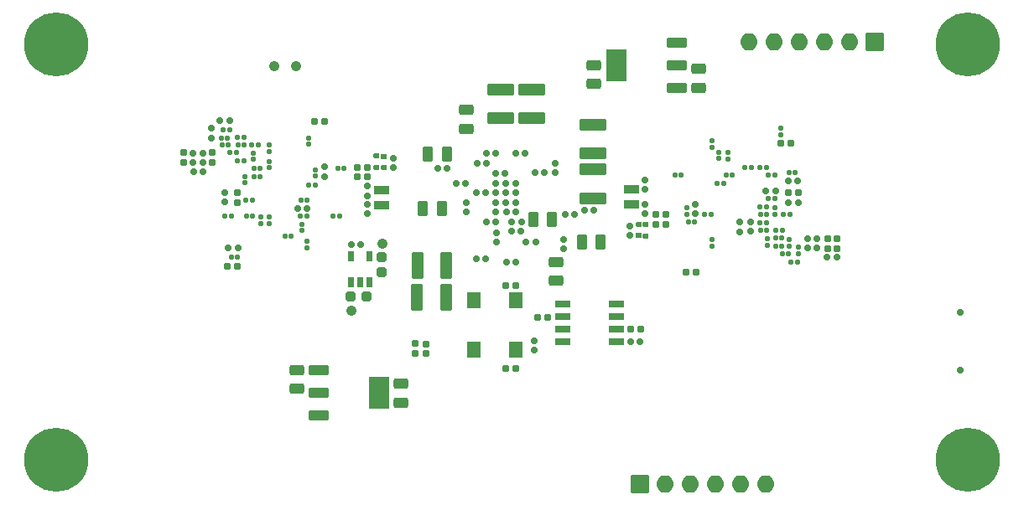
<source format=gbr>
%TF.GenerationSoftware,KiCad,Pcbnew,8.0.1*%
%TF.CreationDate,2025-01-10T22:18:19+05:00*%
%TF.ProjectId,BENE_DOUBLE_V1,42454e45-5f44-44f5-9542-4c455f56312e,rev?*%
%TF.SameCoordinates,Original*%
%TF.FileFunction,Soldermask,Bot*%
%TF.FilePolarity,Negative*%
%FSLAX46Y46*%
G04 Gerber Fmt 4.6, Leading zero omitted, Abs format (unit mm)*
G04 Created by KiCad (PCBNEW 8.0.1) date 2025-01-10 22:18:19*
%MOMM*%
%LPD*%
G01*
G04 APERTURE LIST*
G04 Aperture macros list*
%AMRoundRect*
0 Rectangle with rounded corners*
0 $1 Rounding radius*
0 $2 $3 $4 $5 $6 $7 $8 $9 X,Y pos of 4 corners*
0 Add a 4 corners polygon primitive as box body*
4,1,4,$2,$3,$4,$5,$6,$7,$8,$9,$2,$3,0*
0 Add four circle primitives for the rounded corners*
1,1,$1+$1,$2,$3*
1,1,$1+$1,$4,$5*
1,1,$1+$1,$6,$7*
1,1,$1+$1,$8,$9*
0 Add four rect primitives between the rounded corners*
20,1,$1+$1,$2,$3,$4,$5,0*
20,1,$1+$1,$4,$5,$6,$7,0*
20,1,$1+$1,$6,$7,$8,$9,0*
20,1,$1+$1,$8,$9,$2,$3,0*%
G04 Aperture macros list end*
%ADD10C,6.476000*%
%ADD11C,0.726000*%
%ADD12RoundRect,0.038000X-0.850000X0.850000X-0.850000X-0.850000X0.850000X-0.850000X0.850000X0.850000X0*%
%ADD13O,1.776000X1.776000*%
%ADD14RoundRect,0.038000X0.850000X-0.850000X0.850000X0.850000X-0.850000X0.850000X-0.850000X-0.850000X0*%
%ADD15RoundRect,0.119000X0.149000X0.119000X-0.149000X0.119000X-0.149000X-0.119000X0.149000X-0.119000X0*%
%ADD16RoundRect,0.119000X-0.149000X-0.119000X0.149000X-0.119000X0.149000X0.119000X-0.149000X0.119000X0*%
%ADD17RoundRect,0.159000X0.159000X0.189000X-0.159000X0.189000X-0.159000X-0.189000X0.159000X-0.189000X0*%
%ADD18C,1.076000*%
%ADD19RoundRect,0.266521X1.121479X-0.346479X1.121479X0.346479X-1.121479X0.346479X-1.121479X-0.346479X0*%
%ADD20RoundRect,0.154000X0.154000X0.204000X-0.154000X0.204000X-0.154000X-0.204000X0.154000X-0.204000X0*%
%ADD21RoundRect,0.119000X0.119000X-0.149000X0.119000X0.149000X-0.119000X0.149000X-0.119000X-0.149000X0*%
%ADD22RoundRect,0.159000X-0.159000X-0.189000X0.159000X-0.189000X0.159000X0.189000X-0.159000X0.189000X0*%
%ADD23RoundRect,0.266521X0.346479X1.121479X-0.346479X1.121479X-0.346479X-1.121479X0.346479X-1.121479X0*%
%ADD24RoundRect,0.244000X-0.269000X0.244000X-0.269000X-0.244000X0.269000X-0.244000X0.269000X0.244000X0*%
%ADD25RoundRect,0.038000X0.750000X-0.400000X0.750000X0.400000X-0.750000X0.400000X-0.750000X-0.400000X0*%
%ADD26RoundRect,0.159000X0.189000X-0.159000X0.189000X0.159000X-0.189000X0.159000X-0.189000X-0.159000X0*%
%ADD27RoundRect,0.269000X-0.269000X-0.494000X0.269000X-0.494000X0.269000X0.494000X-0.269000X0.494000X0*%
%ADD28RoundRect,0.269000X0.269000X0.494000X-0.269000X0.494000X-0.269000X-0.494000X0.269000X-0.494000X0*%
%ADD29RoundRect,0.159000X-0.189000X0.159000X-0.189000X-0.159000X0.189000X-0.159000X0.189000X0.159000X0*%
%ADD30RoundRect,0.269000X-0.494000X0.269000X-0.494000X-0.269000X0.494000X-0.269000X0.494000X0.269000X0*%
%ADD31RoundRect,0.154000X-0.204000X0.154000X-0.204000X-0.154000X0.204000X-0.154000X0.204000X0.154000X0*%
%ADD32RoundRect,0.154000X-0.154000X-0.204000X0.154000X-0.204000X0.154000X0.204000X-0.154000X0.204000X0*%
%ADD33RoundRect,0.038000X0.254000X-0.476250X0.254000X0.476250X-0.254000X0.476250X-0.254000X-0.476250X0*%
%ADD34RoundRect,0.269000X0.494000X-0.269000X0.494000X0.269000X-0.494000X0.269000X-0.494000X-0.269000X0*%
%ADD35RoundRect,0.119000X-0.119000X0.149000X-0.119000X-0.149000X0.119000X-0.149000X0.119000X0.149000X0*%
%ADD36RoundRect,0.038000X0.254000X0.215900X-0.254000X0.215900X-0.254000X-0.215900X0.254000X-0.215900X0*%
%ADD37RoundRect,0.038000X0.254000X0.177800X-0.254000X0.177800X-0.254000X-0.177800X0.254000X-0.177800X0*%
%ADD38RoundRect,0.154000X0.204000X-0.154000X0.204000X0.154000X-0.204000X0.154000X-0.204000X-0.154000X0*%
%ADD39RoundRect,0.038000X-0.750000X0.400000X-0.750000X-0.400000X0.750000X-0.400000X0.750000X0.400000X0*%
%ADD40RoundRect,0.038000X-0.950000X0.450000X-0.950000X-0.450000X0.950000X-0.450000X0.950000X0.450000X0*%
%ADD41RoundRect,0.038000X-0.950000X-1.600000X0.950000X-1.600000X0.950000X1.600000X-0.950000X1.600000X0*%
%ADD42RoundRect,0.038000X0.673100X-0.762000X0.673100X0.762000X-0.673100X0.762000X-0.673100X-0.762000X0*%
%ADD43RoundRect,0.166500X-0.191500X0.166500X-0.191500X-0.166500X0.191500X-0.166500X0.191500X0.166500X0*%
%ADD44RoundRect,0.038000X-0.254000X-0.215900X0.254000X-0.215900X0.254000X0.215900X-0.254000X0.215900X0*%
%ADD45RoundRect,0.038000X-0.254000X-0.177800X0.254000X-0.177800X0.254000X0.177800X-0.254000X0.177800X0*%
%ADD46RoundRect,0.038000X-0.750000X0.325000X-0.750000X-0.325000X0.750000X-0.325000X0.750000X0.325000X0*%
%ADD47RoundRect,0.038000X0.950000X-0.450000X0.950000X0.450000X-0.950000X0.450000X-0.950000X-0.450000X0*%
%ADD48RoundRect,0.038000X0.950000X1.600000X-0.950000X1.600000X-0.950000X-1.600000X0.950000X-1.600000X0*%
%ADD49RoundRect,0.244000X-0.244000X-0.269000X0.244000X-0.269000X0.244000X0.269000X-0.244000X0.269000X0*%
G04 APERTURE END LIST*
D10*
%TO.C,H3*%
X58000000Y-128000000D03*
%TD*%
D11*
%TO.C,J1*%
X149283500Y-118940000D03*
X149283500Y-113160000D03*
%TD*%
D12*
%TO.C,J7*%
X140610000Y-85750000D03*
D13*
X138070000Y-85750000D03*
X135530000Y-85750000D03*
X132990000Y-85750000D03*
X130450000Y-85750000D03*
X127910000Y-85750000D03*
%TD*%
D10*
%TO.C,H2*%
X58000000Y-86000000D03*
%TD*%
%TO.C,H1*%
X150000000Y-86000000D03*
%TD*%
%TO.C,H4*%
X150000000Y-128000000D03*
%TD*%
D14*
%TO.C,J4*%
X116920000Y-130500000D03*
D13*
X119460000Y-130500000D03*
X122000000Y-130500000D03*
X124540000Y-130500000D03*
X127080000Y-130500000D03*
X129620000Y-130500000D03*
%TD*%
D15*
%TO.C,C97*%
X75370000Y-96200000D03*
X74730000Y-96200000D03*
%TD*%
%TO.C,C94*%
X76170000Y-97000000D03*
X75530000Y-97000000D03*
%TD*%
%TO.C,C103*%
X84120000Y-100250000D03*
X83480000Y-100250000D03*
%TD*%
D16*
%TO.C,C35*%
X130630000Y-104800000D03*
X131270000Y-104800000D03*
%TD*%
D17*
%TO.C,C39*%
X132880000Y-102000000D03*
X131920000Y-102000000D03*
%TD*%
D18*
%TO.C,D+*%
X79950000Y-88200000D03*
%TD*%
D19*
%TO.C,C126*%
X112200000Y-101575000D03*
X112200000Y-98625000D03*
%TD*%
D20*
%TO.C,R64*%
X107610000Y-113600000D03*
X106590000Y-113600000D03*
%TD*%
D18*
%TO.C,TP3*%
X90900000Y-106150000D03*
%TD*%
D16*
%TO.C,C45*%
X131930000Y-99000000D03*
X132570000Y-99000000D03*
%TD*%
D21*
%TO.C,C37*%
X132000000Y-106420000D03*
X132000000Y-105780000D03*
%TD*%
D15*
%TO.C,C24*%
X129670000Y-102450000D03*
X129030000Y-102450000D03*
%TD*%
D17*
%TO.C,C154*%
X104930000Y-103950000D03*
X103970000Y-103950000D03*
%TD*%
D20*
%TO.C,R47*%
X89360000Y-98500000D03*
X88340000Y-98500000D03*
%TD*%
D22*
%TO.C,C68*%
X71820000Y-98900000D03*
X72780000Y-98900000D03*
%TD*%
D23*
%TO.C,C158*%
X97375000Y-108400000D03*
X94425000Y-108400000D03*
%TD*%
D24*
%TO.C,C121*%
X90862999Y-107504150D03*
X90862999Y-109054150D03*
%TD*%
D25*
%TO.C,Y2*%
X116050000Y-102200000D03*
X116050000Y-100700000D03*
%TD*%
D15*
%TO.C,C101*%
X76970000Y-96200000D03*
X76330000Y-96200000D03*
%TD*%
D26*
%TO.C,C170*%
X99350000Y-103010000D03*
X99350000Y-102050000D03*
%TD*%
D17*
%TO.C,C184*%
X99330000Y-100050000D03*
X98370000Y-100050000D03*
%TD*%
D26*
%TO.C,C23*%
X128050000Y-104960000D03*
X128050000Y-104000000D03*
%TD*%
%TO.C,C69*%
X71800000Y-97980000D03*
X71800000Y-97020000D03*
%TD*%
D22*
%TO.C,C168*%
X100370000Y-107700000D03*
X101330000Y-107700000D03*
%TD*%
D27*
%TO.C,C125*%
X106150000Y-103750000D03*
X108050000Y-103750000D03*
%TD*%
D28*
%TO.C,C161*%
X97400000Y-97100000D03*
X95500000Y-97100000D03*
%TD*%
D16*
%TO.C,C43*%
X129030000Y-98450000D03*
X129670000Y-98450000D03*
%TD*%
D29*
%TO.C,C75*%
X89350000Y-102220000D03*
X89350000Y-103180000D03*
%TD*%
D30*
%TO.C,C149*%
X82250000Y-118950000D03*
X82250000Y-120850000D03*
%TD*%
D23*
%TO.C,C157*%
X97325000Y-111600000D03*
X94375000Y-111600000D03*
%TD*%
D31*
%TO.C,R37*%
X135850000Y-105640000D03*
X135850000Y-106660000D03*
%TD*%
D32*
%TO.C,R32*%
X118490000Y-103250000D03*
X119510000Y-103250000D03*
%TD*%
%TO.C,R33*%
X131890000Y-101050000D03*
X132910000Y-101050000D03*
%TD*%
D22*
%TO.C,C180*%
X105420000Y-106050000D03*
X106380000Y-106050000D03*
%TD*%
D27*
%TO.C,C178*%
X111050000Y-106050000D03*
X112950000Y-106050000D03*
%TD*%
D26*
%TO.C,C104*%
X85050000Y-99380000D03*
X85050000Y-98420000D03*
%TD*%
%TO.C,C182*%
X102400000Y-106030000D03*
X102400000Y-105070000D03*
%TD*%
D15*
%TO.C,C20*%
X128120000Y-98450000D03*
X127480000Y-98450000D03*
%TD*%
D33*
%TO.C,U1*%
X89650000Y-110052700D03*
X88699999Y-110052700D03*
X87749998Y-110052700D03*
X87749998Y-107500000D03*
X89650000Y-107500000D03*
%TD*%
D17*
%TO.C,C171*%
X101330000Y-101050000D03*
X100370000Y-101050000D03*
%TD*%
D20*
%TO.C,R34*%
X132160000Y-96050000D03*
X131140000Y-96050000D03*
%TD*%
D34*
%TO.C,C120*%
X122800000Y-90400000D03*
X122800000Y-88500000D03*
%TD*%
D35*
%TO.C,C79*%
X83250000Y-105930000D03*
X83250000Y-106570000D03*
%TD*%
D17*
%TO.C,C80*%
X83280000Y-102600000D03*
X82320000Y-102600000D03*
%TD*%
%TO.C,C179*%
X105330000Y-97050000D03*
X104370000Y-97050000D03*
%TD*%
D36*
%TO.C,U8*%
X91074650Y-97340641D03*
D37*
X91074650Y-98499999D03*
X90325350Y-98499999D03*
X90325350Y-97300001D03*
%TD*%
D21*
%TO.C,C89*%
X79450000Y-96870000D03*
X79450000Y-96230000D03*
%TD*%
D26*
%TO.C,C175*%
X108350000Y-99030000D03*
X108350000Y-98070000D03*
%TD*%
D22*
%TO.C,C156*%
X103390000Y-101050000D03*
X104350000Y-101050000D03*
%TD*%
D29*
%TO.C,C72*%
X92050000Y-97520000D03*
X92050000Y-98480000D03*
%TD*%
D15*
%TO.C,C92*%
X83320000Y-101750000D03*
X82680000Y-101750000D03*
%TD*%
D28*
%TO.C,C163*%
X96900000Y-102600000D03*
X95000000Y-102600000D03*
%TD*%
D15*
%TO.C,C78*%
X81720000Y-105400000D03*
X81080000Y-105400000D03*
%TD*%
D22*
%TO.C,C174*%
X106320000Y-99000000D03*
X107280000Y-99000000D03*
%TD*%
D17*
%TO.C,C113*%
X104380000Y-103000000D03*
X103420000Y-103000000D03*
%TD*%
D22*
%TO.C,C64*%
X131870000Y-99850000D03*
X132830000Y-99850000D03*
%TD*%
D17*
%TO.C,C77*%
X76330000Y-106600000D03*
X75370000Y-106600000D03*
%TD*%
D18*
%TO.C,TP2*%
X87750000Y-113000000D03*
%TD*%
D29*
%TO.C,C167*%
X109200000Y-105770000D03*
X109200000Y-106730000D03*
%TD*%
D21*
%TO.C,C51*%
X121600000Y-103220000D03*
X121600000Y-102580000D03*
%TD*%
D16*
%TO.C,C109*%
X77730000Y-96200000D03*
X78370000Y-96200000D03*
%TD*%
D17*
%TO.C,C153*%
X104880000Y-104900000D03*
X103920000Y-104900000D03*
%TD*%
D29*
%TO.C,C155*%
X102350000Y-102020000D03*
X102350000Y-102980000D03*
%TD*%
D21*
%TO.C,C27*%
X129750000Y-106320000D03*
X129750000Y-105680000D03*
%TD*%
D35*
%TO.C,C90*%
X77850000Y-97030000D03*
X77850000Y-97670000D03*
%TD*%
D17*
%TO.C,C127*%
X104330000Y-102050000D03*
X103370000Y-102050000D03*
%TD*%
D16*
%TO.C,C41*%
X121800000Y-103950000D03*
X122440000Y-103950000D03*
%TD*%
D21*
%TO.C,C88*%
X79450000Y-104120000D03*
X79450000Y-103480000D03*
%TD*%
D15*
%TO.C,C85*%
X76920000Y-97800000D03*
X76280000Y-97800000D03*
%TD*%
D22*
%TO.C,C183*%
X101370000Y-104000000D03*
X102330000Y-104000000D03*
%TD*%
D26*
%TO.C,C61*%
X115900000Y-105330000D03*
X115900000Y-104370000D03*
%TD*%
D31*
%TO.C,R39*%
X73750000Y-96990000D03*
X73750000Y-98010000D03*
%TD*%
D17*
%TO.C,C176*%
X97430000Y-98600000D03*
X96470000Y-98600000D03*
%TD*%
D38*
%TO.C,R42*%
X76250000Y-102010000D03*
X76250000Y-100990000D03*
%TD*%
D17*
%TO.C,C112*%
X116930000Y-116100000D03*
X115970000Y-116100000D03*
%TD*%
D30*
%TO.C,C150*%
X92800000Y-120350000D03*
X92800000Y-122250000D03*
%TD*%
D21*
%TO.C,C111*%
X83450000Y-96120000D03*
X83450000Y-95480000D03*
%TD*%
D16*
%TO.C,C95*%
X86380000Y-98600000D03*
X87020000Y-98600000D03*
%TD*%
D29*
%TO.C,C129*%
X106200000Y-116020000D03*
X106200000Y-116980000D03*
%TD*%
D17*
%TO.C,C181*%
X104380000Y-108050000D03*
X103420000Y-108050000D03*
%TD*%
D16*
%TO.C,C93*%
X77930000Y-98600000D03*
X78570000Y-98600000D03*
%TD*%
D22*
%TO.C,C165*%
X100440000Y-98100000D03*
X101400000Y-98100000D03*
%TD*%
D15*
%TO.C,C47*%
X121070000Y-99250000D03*
X120430000Y-99250000D03*
%TD*%
D39*
%TO.C,Y3*%
X90800000Y-100800000D03*
X90800000Y-102300000D03*
%TD*%
D26*
%TO.C,C63*%
X117450000Y-100680000D03*
X117450000Y-99720000D03*
%TD*%
D16*
%TO.C,C34*%
X129080000Y-104850000D03*
X129720000Y-104850000D03*
%TD*%
%TO.C,C83*%
X85930000Y-103400000D03*
X86570000Y-103400000D03*
%TD*%
D15*
%TO.C,C18*%
X130520000Y-101600000D03*
X129880000Y-101600000D03*
%TD*%
D16*
%TO.C,C38*%
X132180000Y-108050000D03*
X132820000Y-108050000D03*
%TD*%
D26*
%TO.C,C81*%
X73600000Y-95480000D03*
X73600000Y-94520000D03*
%TD*%
D22*
%TO.C,C172*%
X111320000Y-102800000D03*
X112280000Y-102800000D03*
%TD*%
D17*
%TO.C,C124*%
X104330000Y-100050000D03*
X103370000Y-100050000D03*
%TD*%
D15*
%TO.C,C102*%
X75470000Y-94650000D03*
X74830000Y-94650000D03*
%TD*%
D18*
%TO.C,D-*%
X82150000Y-88200000D03*
%TD*%
D38*
%TO.C,R68*%
X94200000Y-117310000D03*
X94200000Y-116290000D03*
%TD*%
D40*
%TO.C,IC6*%
X84500000Y-123550000D03*
X84500000Y-121250000D03*
X84500000Y-118950000D03*
D41*
X90600000Y-121250000D03*
%TD*%
D16*
%TO.C,C96*%
X77130000Y-101800000D03*
X77770000Y-101800000D03*
%TD*%
D30*
%TO.C,C164*%
X108400000Y-108050000D03*
X108400000Y-109950000D03*
%TD*%
D17*
%TO.C,C17*%
X130580000Y-100850000D03*
X129620000Y-100850000D03*
%TD*%
D16*
%TO.C,C100*%
X77180000Y-103400000D03*
X77820000Y-103400000D03*
%TD*%
D17*
%TO.C,C169*%
X102330000Y-97050000D03*
X101370000Y-97050000D03*
%TD*%
D38*
%TO.C,R38*%
X70850000Y-98010000D03*
X70850000Y-96990000D03*
%TD*%
D29*
%TO.C,C128*%
X102350000Y-100070000D03*
X102350000Y-101030000D03*
%TD*%
D21*
%TO.C,C99*%
X78650000Y-104120000D03*
X78650000Y-103480000D03*
%TD*%
D22*
%TO.C,C123*%
X87732999Y-106304150D03*
X88692999Y-106304150D03*
%TD*%
D16*
%TO.C,C33*%
X131280000Y-107200000D03*
X131920000Y-107200000D03*
%TD*%
D21*
%TO.C,C46*%
X125750000Y-97620000D03*
X125750000Y-96980000D03*
%TD*%
D16*
%TO.C,C26*%
X130580000Y-106400000D03*
X131220000Y-106400000D03*
%TD*%
D20*
%TO.C,R40*%
X85060000Y-93850000D03*
X84040000Y-93850000D03*
%TD*%
D32*
%TO.C,R31*%
X118490000Y-104200000D03*
X119510000Y-104200000D03*
%TD*%
D20*
%TO.C,R35*%
X122560000Y-109100000D03*
X121540000Y-109100000D03*
%TD*%
D32*
%TO.C,R41*%
X75240000Y-108450000D03*
X76260000Y-108450000D03*
%TD*%
D29*
%TO.C,C66*%
X134800000Y-105670000D03*
X134800000Y-106630000D03*
%TD*%
D20*
%TO.C,R65*%
X116960000Y-114850000D03*
X115940000Y-114850000D03*
%TD*%
D26*
%TO.C,C65*%
X133850000Y-106630000D03*
X133850000Y-105670000D03*
%TD*%
D21*
%TO.C,C40*%
X124150000Y-106400000D03*
X124150000Y-105760000D03*
%TD*%
D26*
%TO.C,C71*%
X74950000Y-101980000D03*
X74950000Y-101020000D03*
%TD*%
D15*
%TO.C,C19*%
X130520000Y-99250000D03*
X129880000Y-99250000D03*
%TD*%
%TO.C,C36*%
X131220000Y-105600000D03*
X130580000Y-105600000D03*
%TD*%
D16*
%TO.C,C86*%
X74630000Y-95500000D03*
X75270000Y-95500000D03*
%TD*%
D22*
%TO.C,C173*%
X109340000Y-103250000D03*
X110300000Y-103250000D03*
%TD*%
D16*
%TO.C,C110*%
X76280000Y-95400000D03*
X76920000Y-95400000D03*
%TD*%
D26*
%TO.C,C73*%
X89350000Y-101330000D03*
X89350000Y-100370000D03*
%TD*%
D17*
%TO.C,C82*%
X75480000Y-93750000D03*
X74520000Y-93750000D03*
%TD*%
D21*
%TO.C,C32*%
X132900000Y-107170000D03*
X132900000Y-106530000D03*
%TD*%
D35*
%TO.C,C106*%
X77050000Y-99380000D03*
X77050000Y-100020000D03*
%TD*%
%TO.C,C98*%
X79450000Y-97880000D03*
X79450000Y-98520000D03*
%TD*%
D17*
%TO.C,C67*%
X136780000Y-107550000D03*
X135820000Y-107550000D03*
%TD*%
D42*
%TO.C,X1*%
X100150000Y-116950000D03*
X100150000Y-111950000D03*
X104350000Y-111950000D03*
X104350000Y-116950000D03*
%TD*%
D19*
%TO.C,C160*%
X105950000Y-93525000D03*
X105950000Y-90575000D03*
%TD*%
D21*
%TO.C,C48*%
X124150000Y-96420000D03*
X124150000Y-95780000D03*
%TD*%
D20*
%TO.C,R48*%
X89360000Y-99450000D03*
X88340000Y-99450000D03*
%TD*%
D15*
%TO.C,C87*%
X75670000Y-103400000D03*
X75030000Y-103400000D03*
%TD*%
D16*
%TO.C,C42*%
X123430000Y-103250000D03*
X124070000Y-103250000D03*
%TD*%
D21*
%TO.C,C29*%
X130550000Y-103220000D03*
X130550000Y-102580000D03*
%TD*%
D17*
%TO.C,C166*%
X103280000Y-99050000D03*
X102320000Y-99050000D03*
%TD*%
D15*
%TO.C,C28*%
X129690000Y-103250000D03*
X129050000Y-103250000D03*
%TD*%
D21*
%TO.C,C44*%
X124900000Y-97570000D03*
X124900000Y-96930000D03*
%TD*%
D26*
%TO.C,C50*%
X122450000Y-103130000D03*
X122450000Y-102170000D03*
%TD*%
D30*
%TO.C,C119*%
X112250000Y-88150000D03*
X112250000Y-90050000D03*
%TD*%
D15*
%TO.C,C30*%
X129670000Y-104050000D03*
X129030000Y-104050000D03*
%TD*%
D43*
%TO.C,D11*%
X95300000Y-116315000D03*
X95300000Y-117285000D03*
%TD*%
D21*
%TO.C,C108*%
X84100000Y-99370000D03*
X84100000Y-98730000D03*
%TD*%
%TO.C,C107*%
X82750000Y-104870000D03*
X82750000Y-104230000D03*
%TD*%
D29*
%TO.C,C62*%
X117450000Y-102220000D03*
X117450000Y-103180000D03*
%TD*%
D44*
%TO.C,U7*%
X116775350Y-105359359D03*
D45*
X116775350Y-104200001D03*
X117524650Y-104200001D03*
X117524650Y-105399999D03*
%TD*%
D29*
%TO.C,C70*%
X72800000Y-97020000D03*
X72800000Y-97980000D03*
%TD*%
D20*
%TO.C,RD11*%
X104360000Y-118800000D03*
X103340000Y-118800000D03*
%TD*%
D16*
%TO.C,C105*%
X77930000Y-99400000D03*
X78570000Y-99400000D03*
%TD*%
D38*
%TO.C,R36*%
X136800000Y-106660000D03*
X136800000Y-105640000D03*
%TD*%
D46*
%TO.C,IC8*%
X109100000Y-116105000D03*
X109100000Y-114835000D03*
X109100000Y-113565000D03*
X109100000Y-112295000D03*
X114500000Y-112295000D03*
X114500000Y-113565000D03*
X114500000Y-114835000D03*
X114500000Y-116105000D03*
%TD*%
D21*
%TO.C,C49*%
X131150000Y-95170000D03*
X131150000Y-94530000D03*
%TD*%
D16*
%TO.C,C22*%
X124730000Y-100050000D03*
X125370000Y-100050000D03*
%TD*%
D20*
%TO.C,RD14*%
X104360000Y-110400000D03*
X103340000Y-110400000D03*
%TD*%
D16*
%TO.C,C84*%
X82630000Y-103400000D03*
X83270000Y-103400000D03*
%TD*%
D47*
%TO.C,IC5*%
X120600000Y-85850000D03*
X120600000Y-88150000D03*
X120600000Y-90450000D03*
D48*
X114500000Y-88150000D03*
%TD*%
D26*
%TO.C,C31*%
X127000000Y-104980000D03*
X127000000Y-104020000D03*
%TD*%
D34*
%TO.C,C162*%
X99400000Y-94550000D03*
X99400000Y-92650000D03*
%TD*%
D19*
%TO.C,C159*%
X112150000Y-97075000D03*
X112150000Y-94125000D03*
%TD*%
D49*
%TO.C,C122*%
X87725000Y-111500000D03*
X89275000Y-111500000D03*
%TD*%
D16*
%TO.C,C25*%
X131400000Y-103250000D03*
X132040000Y-103250000D03*
%TD*%
%TO.C,C21*%
X125580000Y-99250000D03*
X126220000Y-99250000D03*
%TD*%
D15*
%TO.C,C91*%
X76270000Y-107550000D03*
X75630000Y-107550000D03*
%TD*%
D19*
%TO.C,C177*%
X102850000Y-93525000D03*
X102850000Y-90575000D03*
%TD*%
M02*

</source>
